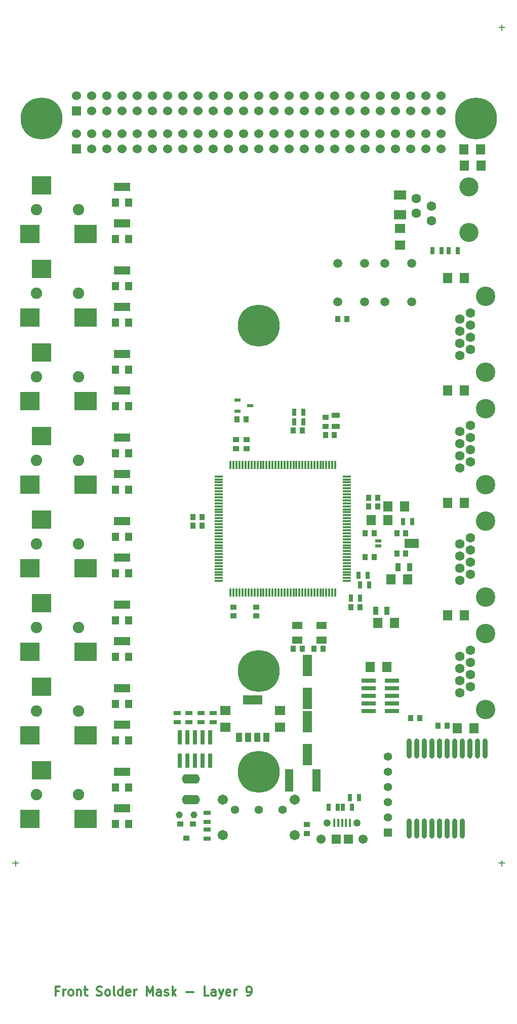
<source format=gts>
G04 (created by PCBNEW (2013-07-07 BZR 4022)-stable) date 2/21/2016 2:52:37 PM*
%MOIN*%
G04 Gerber Fmt 3.4, Leading zero omitted, Abs format*
%FSLAX34Y34*%
G01*
G70*
G90*
G04 APERTURE LIST*
%ADD10C,0.00590551*%
%ADD11C,0.005*%
%ADD12C,0.0118*%
%ADD13R,0.08X0.06*%
%ADD14R,0.055X0.035*%
%ADD15R,0.035X0.055*%
%ADD16O,0.032X0.132*%
%ADD17R,0.063X0.071*%
%ADD18R,0.025X0.045*%
%ADD19R,0.0354016X0.0394016*%
%ADD20R,0.0394016X0.0354016*%
%ADD21R,0.071X0.047*%
%ADD22R,0.071X0.063*%
%ADD23R,0.0394016X0.0235984*%
%ADD24R,0.125984X0.122047*%
%ADD25R,0.149606X0.122047*%
%ADD26C,0.0748031*%
%ADD27R,0.063X0.141701*%
%ADD28R,0.0944882X0.0299213*%
%ADD29R,0.0299213X0.0944882*%
%ADD30R,0.0944882X0.0590551*%
%ADD31R,0.0433071X0.023622*%
%ADD32C,0.0672*%
%ADD33C,0.0551181*%
%ADD34R,0.055X0.15*%
%ADD35R,0.045X0.025*%
%ADD36C,0.275591*%
%ADD37R,0.06X0.06*%
%ADD38C,0.06*%
%ADD39C,0.127953*%
%ADD40C,0.0629921*%
%ADD41C,0.125984*%
%ADD42C,0.2756*%
%ADD43R,0.129921X0.0590551*%
%ADD44R,0.0393701X0.0590551*%
%ADD45R,0.055X0.055*%
%ADD46C,0.055*%
%ADD47R,0.0393701X0.0354331*%
%ADD48O,0.12X0.062*%
%ADD49O,0.12X0.063*%
%ADD50R,0.0590551X0.0610236*%
%ADD51C,0.0610236*%
%ADD52R,0.015748X0.0531496*%
%ADD53C,0.0492126*%
%ADD54C,0.046*%
%ADD55R,0.0472441X0.0551181*%
%ADD56R,0.110236X0.0551181*%
%ADD57C,0.0590551*%
%ADD58R,0.011811X0.0570866*%
%ADD59R,0.0570866X0.011811*%
G04 APERTURE END LIST*
G54D10*
G54D11*
X41809Y-9011D02*
X42190Y-9011D01*
X42000Y-9202D02*
X42000Y-8821D01*
X9809Y-64011D02*
X10190Y-64011D01*
X10000Y-64202D02*
X10000Y-63821D01*
X41809Y-64011D02*
X42190Y-64011D01*
X42000Y-64202D02*
X42000Y-63821D01*
G54D12*
X12837Y-72429D02*
X12640Y-72429D01*
X12640Y-72739D02*
X12640Y-72148D01*
X12922Y-72148D01*
X13147Y-72739D02*
X13147Y-72345D01*
X13147Y-72457D02*
X13175Y-72401D01*
X13203Y-72373D01*
X13259Y-72345D01*
X13316Y-72345D01*
X13597Y-72739D02*
X13541Y-72711D01*
X13513Y-72682D01*
X13484Y-72626D01*
X13484Y-72457D01*
X13513Y-72401D01*
X13541Y-72373D01*
X13597Y-72345D01*
X13681Y-72345D01*
X13738Y-72373D01*
X13766Y-72401D01*
X13794Y-72457D01*
X13794Y-72626D01*
X13766Y-72682D01*
X13738Y-72711D01*
X13681Y-72739D01*
X13597Y-72739D01*
X14047Y-72345D02*
X14047Y-72739D01*
X14047Y-72401D02*
X14075Y-72373D01*
X14132Y-72345D01*
X14216Y-72345D01*
X14272Y-72373D01*
X14301Y-72429D01*
X14301Y-72739D01*
X14498Y-72345D02*
X14723Y-72345D01*
X14582Y-72148D02*
X14582Y-72654D01*
X14610Y-72711D01*
X14666Y-72739D01*
X14723Y-72739D01*
X15342Y-72711D02*
X15426Y-72739D01*
X15567Y-72739D01*
X15623Y-72711D01*
X15651Y-72682D01*
X15680Y-72626D01*
X15680Y-72570D01*
X15651Y-72514D01*
X15623Y-72485D01*
X15567Y-72457D01*
X15454Y-72429D01*
X15398Y-72401D01*
X15370Y-72373D01*
X15342Y-72317D01*
X15342Y-72260D01*
X15370Y-72204D01*
X15398Y-72176D01*
X15454Y-72148D01*
X15595Y-72148D01*
X15680Y-72176D01*
X16017Y-72739D02*
X15961Y-72711D01*
X15933Y-72682D01*
X15905Y-72626D01*
X15905Y-72457D01*
X15933Y-72401D01*
X15961Y-72373D01*
X16017Y-72345D01*
X16102Y-72345D01*
X16158Y-72373D01*
X16186Y-72401D01*
X16214Y-72457D01*
X16214Y-72626D01*
X16186Y-72682D01*
X16158Y-72711D01*
X16102Y-72739D01*
X16017Y-72739D01*
X16552Y-72739D02*
X16496Y-72711D01*
X16468Y-72654D01*
X16468Y-72148D01*
X17030Y-72739D02*
X17030Y-72148D01*
X17030Y-72711D02*
X16974Y-72739D01*
X16862Y-72739D01*
X16805Y-72711D01*
X16777Y-72682D01*
X16749Y-72626D01*
X16749Y-72457D01*
X16777Y-72401D01*
X16805Y-72373D01*
X16862Y-72345D01*
X16974Y-72345D01*
X17030Y-72373D01*
X17537Y-72711D02*
X17481Y-72739D01*
X17368Y-72739D01*
X17312Y-72711D01*
X17284Y-72654D01*
X17284Y-72429D01*
X17312Y-72373D01*
X17368Y-72345D01*
X17481Y-72345D01*
X17537Y-72373D01*
X17565Y-72429D01*
X17565Y-72485D01*
X17284Y-72542D01*
X17818Y-72739D02*
X17818Y-72345D01*
X17818Y-72457D02*
X17847Y-72401D01*
X17875Y-72373D01*
X17931Y-72345D01*
X17987Y-72345D01*
X18635Y-72739D02*
X18635Y-72148D01*
X18832Y-72570D01*
X19029Y-72148D01*
X19029Y-72739D01*
X19563Y-72739D02*
X19563Y-72429D01*
X19535Y-72373D01*
X19479Y-72345D01*
X19366Y-72345D01*
X19310Y-72373D01*
X19563Y-72711D02*
X19507Y-72739D01*
X19366Y-72739D01*
X19310Y-72711D01*
X19282Y-72654D01*
X19282Y-72598D01*
X19310Y-72542D01*
X19366Y-72514D01*
X19507Y-72514D01*
X19563Y-72485D01*
X19817Y-72711D02*
X19873Y-72739D01*
X19985Y-72739D01*
X20042Y-72711D01*
X20070Y-72654D01*
X20070Y-72626D01*
X20042Y-72570D01*
X19985Y-72542D01*
X19901Y-72542D01*
X19845Y-72514D01*
X19817Y-72457D01*
X19817Y-72429D01*
X19845Y-72373D01*
X19901Y-72345D01*
X19985Y-72345D01*
X20042Y-72373D01*
X20323Y-72739D02*
X20323Y-72148D01*
X20379Y-72514D02*
X20548Y-72739D01*
X20548Y-72345D02*
X20323Y-72570D01*
X21252Y-72514D02*
X21702Y-72514D01*
X22715Y-72739D02*
X22434Y-72739D01*
X22434Y-72148D01*
X23166Y-72739D02*
X23166Y-72429D01*
X23137Y-72373D01*
X23081Y-72345D01*
X22969Y-72345D01*
X22912Y-72373D01*
X23166Y-72711D02*
X23109Y-72739D01*
X22969Y-72739D01*
X22912Y-72711D01*
X22884Y-72654D01*
X22884Y-72598D01*
X22912Y-72542D01*
X22969Y-72514D01*
X23109Y-72514D01*
X23166Y-72485D01*
X23391Y-72345D02*
X23531Y-72739D01*
X23672Y-72345D02*
X23531Y-72739D01*
X23475Y-72879D01*
X23447Y-72908D01*
X23391Y-72936D01*
X24122Y-72711D02*
X24066Y-72739D01*
X23954Y-72739D01*
X23897Y-72711D01*
X23869Y-72654D01*
X23869Y-72429D01*
X23897Y-72373D01*
X23954Y-72345D01*
X24066Y-72345D01*
X24122Y-72373D01*
X24151Y-72429D01*
X24151Y-72485D01*
X23869Y-72542D01*
X24404Y-72739D02*
X24404Y-72345D01*
X24404Y-72457D02*
X24432Y-72401D01*
X24460Y-72373D01*
X24516Y-72345D01*
X24573Y-72345D01*
X25248Y-72739D02*
X25361Y-72739D01*
X25417Y-72711D01*
X25445Y-72682D01*
X25501Y-72598D01*
X25530Y-72485D01*
X25530Y-72260D01*
X25501Y-72204D01*
X25473Y-72176D01*
X25417Y-72148D01*
X25304Y-72148D01*
X25248Y-72176D01*
X25220Y-72204D01*
X25192Y-72260D01*
X25192Y-72401D01*
X25220Y-72457D01*
X25248Y-72485D01*
X25304Y-72514D01*
X25417Y-72514D01*
X25473Y-72485D01*
X25501Y-72457D01*
X25530Y-72401D01*
G54D13*
X35320Y-21350D03*
X35320Y-20050D03*
G54D14*
X31075Y-35270D03*
X31075Y-34520D03*
G54D15*
X33690Y-47400D03*
X34440Y-47400D03*
X35185Y-44535D03*
X35935Y-44535D03*
G54D16*
X35900Y-61740D03*
X36400Y-61740D03*
X36900Y-61740D03*
X37400Y-61740D03*
X37900Y-61740D03*
X38400Y-61740D03*
X38900Y-61740D03*
X39400Y-61740D03*
X40900Y-56460D03*
X40400Y-56460D03*
X39900Y-56460D03*
X39400Y-56460D03*
X38900Y-56460D03*
X38400Y-56460D03*
X37900Y-56460D03*
X37400Y-56460D03*
X36900Y-56460D03*
X36400Y-56460D03*
X35900Y-56460D03*
G54D17*
X34695Y-45340D03*
X35795Y-45340D03*
G54D18*
X31550Y-60350D03*
X32150Y-60350D03*
X31200Y-60350D03*
X30600Y-60350D03*
X31990Y-59714D03*
X32590Y-59714D03*
G54D17*
X33830Y-48209D03*
X34930Y-48209D03*
G54D19*
X32084Y-47159D03*
X32675Y-47159D03*
X33595Y-43864D03*
X33004Y-43864D03*
G54D17*
X34495Y-41420D03*
X33395Y-41420D03*
G54D19*
X35685Y-43635D03*
X35094Y-43635D03*
X35685Y-42294D03*
X35094Y-42294D03*
X33004Y-42300D03*
X33595Y-42300D03*
G54D17*
X35595Y-40520D03*
X34495Y-40520D03*
G54D19*
X33825Y-40540D03*
X33234Y-40540D03*
X33825Y-39980D03*
X33234Y-39980D03*
X28289Y-35545D03*
X28880Y-35545D03*
G54D20*
X24350Y-47745D03*
X24350Y-47154D03*
X25850Y-47154D03*
X25850Y-47745D03*
G54D19*
X28865Y-49890D03*
X28274Y-49890D03*
X29634Y-49890D03*
X30225Y-49890D03*
G54D21*
X28550Y-49320D03*
X30150Y-49320D03*
X30150Y-48380D03*
X28550Y-48380D03*
G54D17*
X34450Y-51100D03*
X33350Y-51100D03*
G54D19*
X36605Y-54459D03*
X36014Y-54459D03*
X37804Y-54979D03*
X38395Y-54979D03*
G54D17*
X40170Y-55140D03*
X39070Y-55140D03*
X39550Y-47690D03*
X38450Y-47690D03*
X39550Y-40300D03*
X38450Y-40300D03*
X39550Y-32890D03*
X38450Y-32890D03*
G54D22*
X35290Y-23320D03*
X35290Y-22220D03*
G54D17*
X39545Y-25500D03*
X38445Y-25500D03*
X40624Y-18100D03*
X39524Y-18100D03*
X40600Y-17050D03*
X39500Y-17050D03*
G54D19*
X31204Y-28200D03*
X31795Y-28200D03*
G54D20*
X30415Y-34674D03*
X30415Y-35265D03*
G54D19*
X30985Y-35840D03*
X30394Y-35840D03*
G54D20*
X24505Y-36149D03*
X24505Y-36740D03*
X25205Y-36740D03*
X25205Y-36149D03*
G54D19*
X24584Y-34810D03*
X25175Y-34810D03*
G54D23*
X24604Y-33525D03*
X25435Y-33900D03*
X24604Y-34275D03*
G54D19*
X22275Y-41235D03*
X21684Y-41235D03*
X22275Y-41814D03*
X21684Y-41814D03*
G54D22*
X27390Y-55059D03*
X27390Y-53959D03*
X23805Y-55075D03*
X23805Y-53975D03*
G54D24*
X11692Y-19405D03*
G54D25*
X14606Y-22594D03*
G54D24*
X10944Y-22594D03*
G54D26*
X14133Y-21000D03*
X11377Y-21000D03*
G54D24*
X11692Y-24905D03*
G54D25*
X14606Y-28094D03*
G54D24*
X10944Y-28094D03*
G54D26*
X14133Y-26500D03*
X11377Y-26500D03*
G54D24*
X11692Y-30405D03*
G54D25*
X14606Y-33594D03*
G54D24*
X10944Y-33594D03*
G54D26*
X14133Y-32000D03*
X11377Y-32000D03*
G54D24*
X11692Y-35905D03*
G54D25*
X14606Y-39094D03*
G54D24*
X10944Y-39094D03*
G54D26*
X14133Y-37500D03*
X11377Y-37500D03*
G54D24*
X11692Y-41405D03*
G54D25*
X14606Y-44594D03*
G54D24*
X10944Y-44594D03*
G54D26*
X14133Y-43000D03*
X11377Y-43000D03*
G54D24*
X11692Y-46905D03*
G54D25*
X14606Y-50094D03*
G54D24*
X10944Y-50094D03*
G54D26*
X14133Y-48500D03*
X11377Y-48500D03*
G54D24*
X11692Y-52405D03*
G54D25*
X14606Y-55594D03*
G54D24*
X10944Y-55594D03*
G54D26*
X14133Y-54000D03*
X11377Y-54000D03*
G54D24*
X11692Y-57905D03*
G54D25*
X14606Y-61094D03*
G54D24*
X10944Y-61094D03*
G54D26*
X14133Y-59500D03*
X11377Y-59500D03*
G54D27*
X29200Y-56853D03*
X29200Y-54687D03*
X29200Y-51007D03*
X29200Y-53173D03*
G54D28*
X34767Y-54000D03*
X33232Y-54000D03*
X34767Y-53500D03*
X33232Y-53500D03*
X34767Y-53000D03*
X33232Y-53000D03*
X34767Y-52500D03*
X33232Y-52500D03*
X34767Y-52000D03*
X33232Y-52000D03*
G54D29*
X20800Y-57267D03*
X20800Y-55732D03*
X21300Y-57267D03*
X21300Y-55732D03*
X21800Y-57267D03*
X21800Y-55732D03*
X22300Y-57267D03*
X22300Y-55732D03*
X22800Y-57267D03*
X22800Y-55732D03*
G54D30*
X36069Y-42964D03*
G54D31*
X33884Y-43142D03*
X33884Y-42787D03*
G54D20*
X29160Y-61463D03*
X29160Y-62055D03*
G54D32*
X23637Y-62181D03*
X28362Y-62181D03*
G54D33*
X26000Y-60507D03*
X27574Y-60507D03*
X24425Y-60507D03*
G54D32*
X23637Y-59818D03*
X28362Y-59818D03*
G54D34*
X29810Y-58560D03*
X28010Y-58560D03*
G54D35*
X20650Y-54150D03*
X20650Y-54750D03*
X21400Y-54150D03*
X21400Y-54750D03*
X22200Y-54150D03*
X22200Y-54750D03*
X23000Y-54150D03*
X23000Y-54750D03*
X22590Y-61800D03*
X22590Y-62400D03*
G54D18*
X32080Y-46570D03*
X32680Y-46570D03*
X32680Y-45685D03*
X33280Y-45685D03*
X36120Y-41550D03*
X35520Y-41550D03*
X32580Y-45070D03*
X33180Y-45070D03*
X38030Y-23690D03*
X37430Y-23690D03*
G54D36*
X26000Y-58000D03*
X40300Y-15000D03*
X11700Y-15000D03*
G54D18*
X38510Y-23690D03*
X39110Y-23690D03*
G54D37*
X14000Y-14500D03*
G54D38*
X14000Y-13500D03*
X15000Y-14500D03*
X15000Y-13500D03*
X16000Y-14500D03*
X16000Y-13500D03*
X17000Y-14500D03*
X17000Y-13500D03*
X18000Y-14500D03*
X18000Y-13500D03*
X19000Y-14500D03*
X19000Y-13500D03*
X20000Y-14500D03*
X20000Y-13500D03*
X21000Y-14500D03*
X21000Y-13500D03*
X22000Y-14500D03*
X22000Y-13500D03*
X23000Y-14500D03*
X23000Y-13500D03*
X24000Y-14500D03*
X24000Y-13500D03*
X25000Y-14500D03*
X25000Y-13500D03*
X26000Y-14500D03*
X26000Y-13500D03*
X27000Y-14500D03*
X27000Y-13500D03*
X28000Y-14500D03*
X28000Y-13500D03*
X29000Y-14500D03*
X29000Y-13500D03*
X30000Y-14500D03*
X30000Y-13500D03*
X31000Y-14500D03*
X31000Y-13500D03*
X32000Y-14500D03*
X32000Y-13500D03*
X33000Y-14500D03*
X33000Y-13500D03*
X34000Y-14500D03*
X34000Y-13500D03*
X35000Y-14500D03*
X35000Y-13500D03*
X36000Y-14500D03*
X36000Y-13500D03*
X37000Y-14500D03*
X37000Y-13500D03*
X38000Y-14500D03*
X38000Y-13500D03*
G54D37*
X14000Y-17000D03*
G54D38*
X14000Y-16000D03*
X15000Y-17000D03*
X15000Y-16000D03*
X16000Y-17000D03*
X16000Y-16000D03*
X17000Y-17000D03*
X17000Y-16000D03*
X18000Y-17000D03*
X18000Y-16000D03*
X19000Y-17000D03*
X19000Y-16000D03*
X20000Y-17000D03*
X20000Y-16000D03*
X21000Y-17000D03*
X21000Y-16000D03*
X22000Y-17000D03*
X22000Y-16000D03*
X23000Y-17000D03*
X23000Y-16000D03*
X24000Y-17000D03*
X24000Y-16000D03*
X25000Y-17000D03*
X25000Y-16000D03*
X26000Y-17000D03*
X26000Y-16000D03*
X27000Y-17000D03*
X27000Y-16000D03*
X28000Y-17000D03*
X28000Y-16000D03*
X29000Y-17000D03*
X29000Y-16000D03*
X30000Y-17000D03*
X30000Y-16000D03*
X31000Y-17000D03*
X31000Y-16000D03*
X32000Y-17000D03*
X32000Y-16000D03*
X33000Y-17000D03*
X33000Y-16000D03*
X34000Y-17000D03*
X34000Y-16000D03*
X35000Y-17000D03*
X35000Y-16000D03*
X36000Y-17000D03*
X36000Y-16000D03*
X37000Y-17000D03*
X37000Y-16000D03*
X38000Y-17000D03*
X38000Y-16000D03*
G54D18*
X28930Y-34330D03*
X28330Y-34330D03*
X28930Y-34955D03*
X28330Y-34955D03*
G54D39*
X40952Y-53900D03*
X40952Y-48900D03*
G54D40*
X39952Y-51596D03*
X39952Y-50797D03*
X39251Y-52002D03*
X39251Y-51203D03*
X39251Y-52801D03*
X39952Y-52396D03*
X39251Y-50403D03*
X39952Y-49998D03*
G54D39*
X40952Y-39100D03*
X40952Y-34100D03*
G54D40*
X39952Y-36796D03*
X39952Y-35997D03*
X39251Y-37202D03*
X39251Y-36403D03*
X39251Y-38001D03*
X39952Y-37596D03*
X39251Y-35603D03*
X39952Y-35198D03*
G54D39*
X40952Y-31700D03*
X40952Y-26700D03*
G54D40*
X39952Y-29396D03*
X39952Y-28597D03*
X39251Y-29802D03*
X39251Y-29003D03*
X39251Y-30601D03*
X39952Y-30196D03*
X39251Y-28203D03*
X39952Y-27798D03*
G54D39*
X40952Y-46500D03*
X40952Y-41500D03*
G54D40*
X39952Y-44196D03*
X39952Y-43397D03*
X39251Y-44602D03*
X39251Y-43803D03*
X39251Y-45401D03*
X39952Y-44996D03*
X39251Y-43003D03*
X39952Y-42598D03*
G54D41*
X39852Y-22500D03*
X39852Y-19500D03*
G54D40*
X36368Y-21248D03*
X36368Y-20251D03*
X37368Y-21748D03*
X37368Y-20751D03*
G54D42*
X26000Y-28622D03*
X26000Y-51377D03*
G54D43*
X25605Y-53254D03*
G54D44*
X24719Y-55735D03*
X25309Y-55735D03*
X25900Y-55735D03*
X26490Y-55735D03*
G54D45*
X34500Y-62000D03*
G54D46*
X34500Y-61000D03*
X34500Y-60000D03*
X34500Y-59000D03*
X34500Y-58000D03*
X34500Y-57000D03*
G54D47*
X21663Y-61427D03*
X20836Y-61427D03*
X21250Y-62372D03*
G54D35*
X22590Y-60690D03*
X22590Y-61290D03*
G54D48*
X21550Y-59838D03*
G54D49*
X21550Y-58461D03*
G54D50*
X31893Y-62429D03*
X31106Y-62429D03*
G54D51*
X30122Y-62429D03*
G54D52*
X31244Y-61375D03*
X30988Y-61375D03*
X31500Y-61375D03*
X31755Y-61375D03*
X32011Y-61375D03*
G54D53*
X32484Y-61375D03*
X30515Y-61375D03*
G54D51*
X32877Y-62429D03*
G54D54*
X21742Y-60837D03*
X20757Y-60837D03*
G54D55*
X16566Y-61423D03*
X17433Y-61423D03*
G54D56*
X17000Y-60400D03*
G54D55*
X16566Y-59023D03*
X17433Y-59023D03*
G54D56*
X17000Y-58000D03*
G54D55*
X16566Y-55923D03*
X17433Y-55923D03*
G54D56*
X17000Y-54900D03*
G54D55*
X16566Y-53523D03*
X17433Y-53523D03*
G54D56*
X17000Y-52500D03*
G54D55*
X16566Y-50423D03*
X17433Y-50423D03*
G54D56*
X17000Y-49400D03*
G54D55*
X16566Y-48023D03*
X17433Y-48023D03*
G54D56*
X17000Y-47000D03*
G54D55*
X16566Y-44923D03*
X17433Y-44923D03*
G54D56*
X17000Y-43900D03*
G54D55*
X16566Y-42523D03*
X17433Y-42523D03*
G54D56*
X17000Y-41500D03*
G54D55*
X16566Y-39423D03*
X17433Y-39423D03*
G54D56*
X17000Y-38400D03*
G54D55*
X16566Y-37023D03*
X17433Y-37023D03*
G54D56*
X17000Y-36000D03*
G54D55*
X16566Y-33923D03*
X17433Y-33923D03*
G54D56*
X17000Y-32900D03*
G54D55*
X16566Y-31523D03*
X17433Y-31523D03*
G54D56*
X17000Y-30500D03*
G54D55*
X16566Y-28423D03*
X17433Y-28423D03*
G54D56*
X17000Y-27400D03*
G54D55*
X16566Y-26023D03*
X17433Y-26023D03*
G54D56*
X17000Y-25000D03*
G54D55*
X16566Y-22923D03*
X17433Y-22923D03*
G54D56*
X17000Y-21900D03*
G54D55*
X16566Y-20523D03*
X17433Y-20523D03*
G54D56*
X17000Y-19500D03*
G54D57*
X32985Y-24520D03*
X31214Y-24520D03*
X31214Y-27079D03*
X32985Y-27079D03*
X36085Y-24520D03*
X34314Y-24520D03*
X34314Y-27079D03*
X36085Y-27079D03*
G54D58*
X24155Y-46212D03*
X24355Y-46212D03*
X24550Y-46212D03*
X24745Y-46212D03*
X24945Y-46212D03*
X25140Y-46212D03*
X25335Y-46212D03*
X25535Y-46212D03*
X25730Y-46212D03*
X25925Y-46212D03*
X26125Y-46212D03*
X26320Y-46212D03*
X26515Y-46212D03*
X26715Y-46212D03*
X26910Y-46212D03*
X27105Y-46212D03*
X27305Y-46212D03*
X27500Y-46212D03*
X27700Y-46212D03*
X27895Y-46212D03*
X28095Y-46212D03*
X28290Y-46212D03*
X28485Y-46212D03*
X28685Y-46212D03*
X28880Y-46212D03*
X29075Y-46212D03*
X29275Y-46212D03*
X29470Y-46212D03*
X29665Y-46212D03*
X29865Y-46212D03*
X30060Y-46212D03*
X30255Y-46212D03*
X30455Y-46212D03*
X30650Y-46212D03*
X30845Y-46212D03*
X31045Y-46212D03*
G54D59*
X31812Y-39735D03*
X31812Y-39540D03*
X31812Y-39345D03*
X31812Y-39145D03*
X31812Y-38950D03*
X31812Y-38755D03*
X31812Y-38555D03*
X23387Y-39540D03*
X23387Y-39735D03*
X23387Y-39935D03*
X23387Y-40130D03*
X23387Y-40325D03*
X23387Y-40525D03*
X23387Y-40720D03*
X23387Y-40915D03*
X23387Y-41115D03*
X23387Y-41310D03*
X23387Y-41505D03*
X23387Y-41705D03*
X23387Y-41900D03*
X23387Y-42100D03*
X23387Y-42295D03*
X23387Y-42495D03*
X23387Y-42690D03*
X23387Y-42885D03*
X23387Y-43085D03*
X23387Y-43280D03*
X23387Y-43475D03*
X23387Y-43675D03*
X23387Y-43870D03*
X23387Y-44065D03*
X23387Y-44265D03*
X23387Y-44460D03*
X23387Y-44655D03*
X23387Y-44855D03*
X23387Y-45050D03*
X23387Y-45245D03*
X23387Y-45445D03*
X31812Y-45445D03*
X31812Y-45245D03*
X31812Y-45050D03*
X31812Y-44855D03*
X31812Y-44655D03*
X31812Y-44460D03*
X31812Y-44265D03*
X31812Y-44065D03*
X31812Y-43870D03*
X31812Y-43675D03*
X31812Y-43475D03*
X31812Y-43280D03*
X31812Y-43085D03*
X31812Y-42885D03*
X31812Y-42690D03*
X31812Y-42495D03*
X31812Y-42295D03*
X31812Y-42100D03*
X31812Y-41900D03*
X31812Y-41705D03*
X31812Y-41505D03*
X31812Y-41310D03*
X31812Y-41115D03*
X31812Y-40915D03*
X31812Y-40720D03*
X31812Y-40525D03*
X31812Y-40325D03*
X31812Y-40130D03*
X31812Y-39935D03*
G54D58*
X30060Y-37787D03*
X29865Y-37787D03*
X29665Y-37787D03*
X29470Y-37787D03*
X29275Y-37787D03*
X29075Y-37787D03*
X28880Y-37787D03*
X28685Y-37787D03*
X28485Y-37787D03*
X28290Y-37787D03*
X28095Y-37787D03*
X27895Y-37787D03*
X27700Y-37787D03*
X27500Y-37787D03*
X27305Y-37787D03*
X27105Y-37787D03*
X26910Y-37787D03*
X26715Y-37787D03*
X26515Y-37787D03*
X26320Y-37787D03*
X26125Y-37787D03*
X25925Y-37787D03*
X25730Y-37787D03*
X25535Y-37787D03*
X25335Y-37787D03*
X25140Y-37787D03*
X24945Y-37787D03*
X24745Y-37787D03*
X24550Y-37787D03*
X24355Y-37787D03*
X24155Y-37787D03*
X31045Y-37787D03*
X30845Y-37787D03*
X30650Y-37787D03*
X30455Y-37787D03*
X30255Y-37787D03*
G54D59*
X23387Y-38555D03*
X23387Y-38755D03*
X23387Y-38950D03*
X23387Y-39145D03*
X23387Y-39345D03*
M02*

</source>
